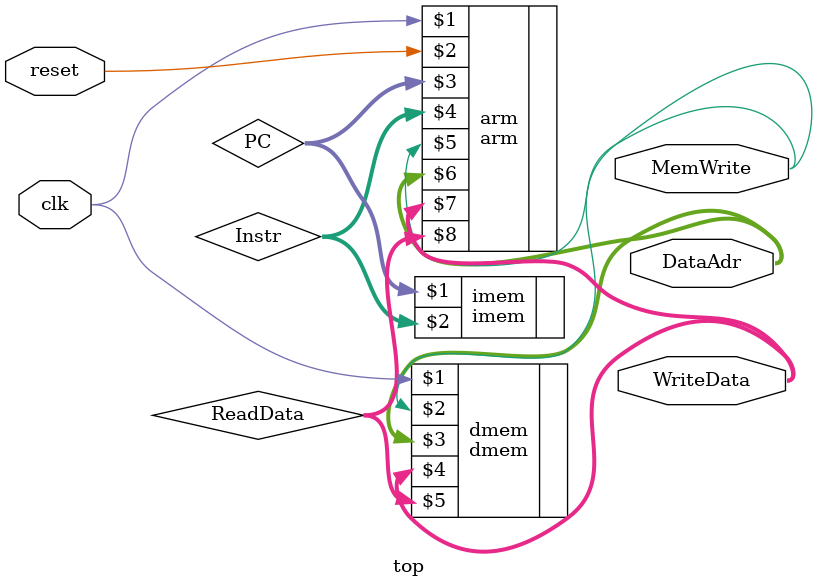
<source format=sv>
module top (
    input logic clk,
    input logic reset,
    output logic [31:0] WriteData,DataAdr,
    output logic MemWrite
);

logic [31:0] PC,Instr,ReadData;

arm arm(clk,reset,PC,Instr,MemWrite,DataAdr,WriteData,ReadData);

imem imem(PC,Instr);
dmem dmem(clk,MemWrite,DataAdr,WriteData,ReadData);
    
endmodule
</source>
